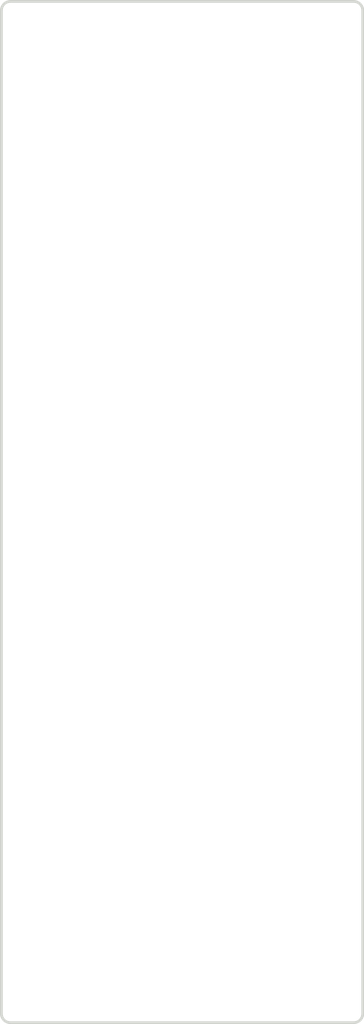
<source format=kicad_pcb>


(kicad_pcb
  (version 20240108)
  (generator "ergogen")
  (generator_version "4.1.0")
  (general
    (thickness 1.6)
    (legacy_teardrops no)
  )
  (paper "A3")
  (title_block
    (title "controller_overlay")
    (date "2025-02-12")
    (rev "0.1")
    (company "fcoury (adapted from corney-island)")
  )

  (layers
    (0 "F.Cu" signal)
    (31 "B.Cu" signal)
    (32 "B.Adhes" user "B.Adhesive")
    (33 "F.Adhes" user "F.Adhesive")
    (34 "B.Paste" user)
    (35 "F.Paste" user)
    (36 "B.SilkS" user "B.Silkscreen")
    (37 "F.SilkS" user "F.Silkscreen")
    (38 "B.Mask" user)
    (39 "F.Mask" user)
    (40 "Dwgs.User" user "User.Drawings")
    (41 "Cmts.User" user "User.Comments")
    (42 "Eco1.User" user "User.Eco1")
    (43 "Eco2.User" user "User.Eco2")
    (44 "Edge.Cuts" user)
    (45 "Margin" user)
    (46 "B.CrtYd" user "B.Courtyard")
    (47 "F.CrtYd" user "F.Courtyard")
    (48 "B.Fab" user)
    (49 "F.Fab" user)
  )

  (setup
    (pad_to_mask_clearance 0.05)
    (allow_soldermask_bridges_in_footprints no)
    (pcbplotparams
      (layerselection 0x00010fc_ffffffff)
      (plot_on_all_layers_selection 0x0000000_00000000)
      (disableapertmacros no)
      (usegerberextensions no)
      (usegerberattributes yes)
      (usegerberadvancedattributes yes)
      (creategerberjobfile yes)
      (dashed_line_dash_ratio 12.000000)
      (dashed_line_gap_ratio 3.000000)
      (svgprecision 4)
      (plotframeref no)
      (viasonmask no)
      (mode 1)
      (useauxorigin no)
      (hpglpennumber 1)
      (hpglpenspeed 20)
      (hpglpendiameter 15.000000)
      (pdf_front_fp_property_popups yes)
      (pdf_back_fp_property_popups yes)
      (dxfpolygonmode yes)
      (dxfimperialunits yes)
      (dxfusepcbnewfont yes)
      (psnegative no)
      (psa4output no)
      (plotreference yes)
      (plotvalue yes)
      (plotfptext yes)
      (plotinvisibletext no)
      (sketchpadsonfab no)
      (subtractmaskfromsilk no)
      (outputformat 1)
      (mirror no)
      (drillshape 1)
      (scaleselection 1)
      (outputdirectory "")
    )
  )

  (net 0 "")

  
  (gr_line (start 205.113 94.3635) (end 205.113 39.7025) (layer Edge.Cuts) (stroke (width 0.15) (type default)))
(gr_line (start 205.613 39.2025) (end 224.333 39.2025) (layer Edge.Cuts) (stroke (width 0.15) (type default)))
(gr_line (start 224.833 39.7025) (end 224.833 94.3635) (layer Edge.Cuts) (stroke (width 0.15) (type default)))
(gr_line (start 224.333 94.8635) (end 205.613 94.8635) (layer Edge.Cuts) (stroke (width 0.15) (type default)))
(gr_arc (start 205.613 39.2025) (mid 205.2594466 39.3489466) (end 205.113 39.7025) (layer Edge.Cuts) (stroke (width 0.15) (type default)))
(gr_arc (start 224.833 39.7025) (mid 224.6865534 39.3489466) (end 224.333 39.2025) (layer Edge.Cuts) (stroke (width 0.15) (type default)))
(gr_arc (start 224.333 94.8635) (mid 224.6865534 94.7170534) (end 224.833 94.3635) (layer Edge.Cuts) (stroke (width 0.15) (type default)))
(gr_arc (start 205.113 94.3635) (mid 205.2594466 94.7170534) (end 205.613 94.8635) (layer Edge.Cuts) (stroke (width 0.15) (type default)))

)


</source>
